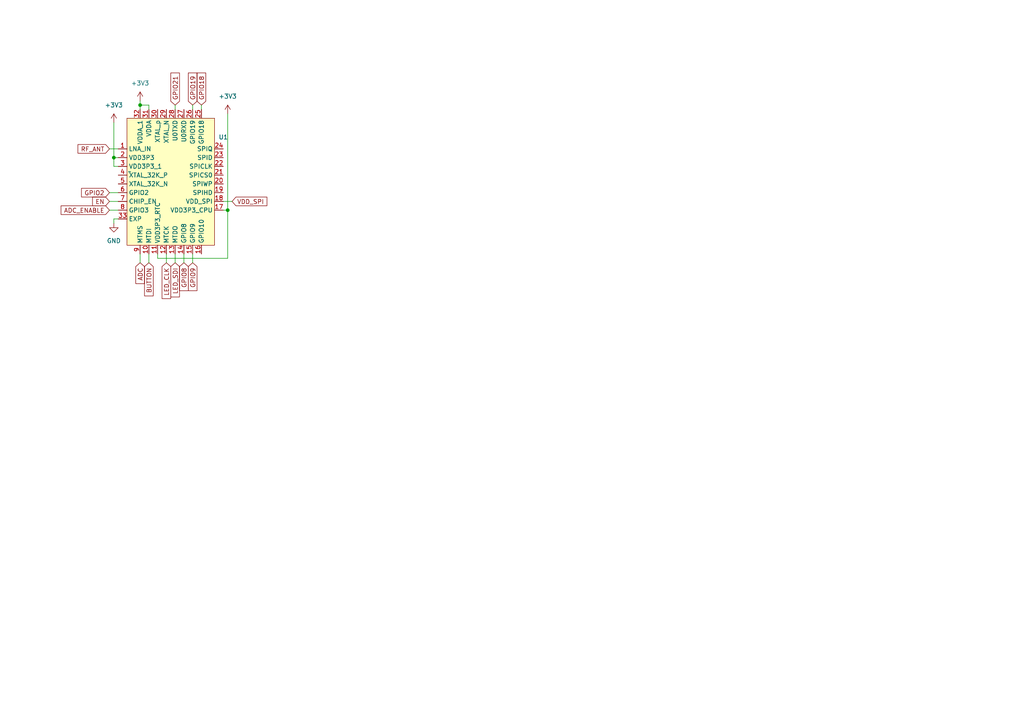
<source format=kicad_sch>
(kicad_sch (version 20230121) (generator eeschema)
  (paper "A4")
  (title_block (title "Rapid Training Target") (date "2023-06-07") (rev "A"))
  (lib_symbols
    (symbol "personal2:ESP32_C3"
      (property "Reference" "U" (at -13.97 15.748 0))
      (symbol "ESP32_C3_1_1"
        (rectangle (start -12.7 17.78) (end 12.7 -19.05) (fill (type background)))
        (pin input line (at -15.24 8.89 0) (length 2.54) (name "LNA_IN") (number "1"))
        (pin input line (at -6.35 -21.59 90) (length 2.54) (name "MTDI") (number "10"))
        (pin input line (at -3.81 -21.59 90) (length 2.54) (name "VDD3P3_RTC") (number "11"))
        (pin input line (at -1.27 -21.59 90) (length 2.54) (name "MTCK") (number "12"))
        (pin input line (at 1.27 -21.59 90) (length 2.54) (name "MTDO") (number "13"))
        (pin input line (at 3.81 -21.59 90) (length 2.54) (name "GPIO8") (number "14"))
        (pin input line (at 6.35 -21.59 90) (length 2.54) (name "GPIO9") (number "15"))
        (pin input line (at 8.89 -21.59 90) (length 2.54) (name "GPIO10") (number "16"))
        (pin input line (at 15.24 -8.89 180) (length 2.54) (name "VDD3P3_CPU") (number "17"))
        (pin input line (at 15.24 -6.35 180) (length 2.54) (name "VDD_SPI") (number "18"))
        (pin input line (at 15.24 -3.81 180) (length 2.54) (name "SPIHD") (number "19"))
        (pin input line (at -15.24 6.35 0) (length 2.54) (name "VDD3P3") (number "2"))
        (pin input line (at 15.24 -1.27 180) (length 2.54) (name "SPIWP") (number "20"))
        (pin input line (at 15.24 1.27 180) (length 2.54) (name "SPICS0") (number "21"))
        (pin input line (at 15.24 3.81 180) (length 2.54) (name "SPICLK") (number "22"))
        (pin input line (at 15.24 6.35 180) (length 2.54) (name "SPID") (number "23"))
        (pin input line (at 15.24 8.89 180) (length 2.54) (name "SPIQ") (number "24"))
        (pin input line (at 8.89 20.32 270) (length 2.54) (name "GPIO18") (number "25"))
        (pin input line (at 6.35 20.32 270) (length 2.54) (name "GPIO19") (number "26"))
        (pin input line (at 3.81 20.32 270) (length 2.54) (name "U0RXD") (number "27"))
        (pin input line (at 1.27 20.32 270) (length 2.54) (name "U0TXD") (number "28"))
        (pin input line (at -1.27 20.32 270) (length 2.54) (name "XTAL_N") (number "29"))
        (pin input line (at -15.24 3.81 0) (length 2.54) (name "VDD3P3_1") (number "3"))
        (pin input line (at -3.81 20.32 270) (length 2.54) (name "XTAL_p") (number "30"))
        (pin input line (at -6.35 20.32 270) (length 2.54) (name "VDDA") (number "31"))
        (pin input line (at -8.89 20.32 270) (length 2.54) (name "VDDA_1") (number "32"))
        (pin input line (at -15.24 -11.43 0) (length 2.54) (name "EXP") (number "33"))
        (pin input line (at -15.24 1.27 0) (length 2.54) (name "XTAL_32K_P") (number "4"))
        (pin input line (at -15.24 -1.27 0) (length 2.54) (name "XTAL_32K_N") (number "5"))
        (pin input line (at -15.24 -3.81 0) (length 2.54) (name "GPIO2") (number "6"))
        (pin input line (at -15.24 -6.35 0) (length 2.54) (name "CHIP_EN") (number "7"))
        (pin input line (at -15.24 -8.89 0) (length 2.54) (name "GPIO3") (number "8"))
        (pin input line (at -8.89 -21.59 90) (length 2.54) (name "MTMS") (number "9"))
      )
    )
    (symbol "power:+3V3" (power) (pin_names (offset 0))
      (property "Value" "+3V3" (at 0 3.556 0))
      (symbol "+3V3_0_1"
        (polyline (pts (xy -0.762 1.27) (xy 0 2.54)))
        (polyline (pts (xy 0 0) (xy 0 2.54)))
        (polyline (pts (xy 0 2.54) (xy 0.762 1.27)))
      )
      (symbol "+3V3_1_1"
        (pin power_in line (at 0 0 90) (length 0) hide (name "+3V3") (number "1"))
      )
    )
    (symbol "power:GND" (power) (pin_names (offset 0))
      (property "Value" "GND" (at 0 -3.81 0))
      (symbol "GND_0_1"
        (polyline (pts (xy 0 0) (xy 0 -1.27) (xy 1.27 -1.27) (xy 0 -2.54) (xy -1.27 -1.27) (xy 0 -1.27)))
      )
      (symbol "GND_1_1"
        (pin power_in line (at 0 0 270) (length 0) hide (name "GND") (number "1"))
      )
    )
  )
  (junction (at 33.02 45.72))
  (junction (at 66.04 60.96))
  (junction (at 40.64 30.48))
  (wire (pts (xy 58.42 30.48) (xy 58.42 31.75)))
  (wire (pts (xy 45.72 73.66) (xy 45.72 74.93)))
  (wire (pts (xy 40.64 30.48) (xy 40.64 31.75)))
  (wire (pts (xy 33.02 63.5) (xy 33.02 64.77)))
  (wire (pts (xy 64.77 58.42) (xy 67.31 58.42)))
  (wire (pts (xy 33.02 48.26) (xy 33.02 45.72)))
  (wire (pts (xy 31.75 43.18) (xy 34.29 43.18)))
  (wire (pts (xy 34.29 48.26) (xy 33.02 48.26)))
  (wire (pts (xy 33.02 63.5) (xy 34.29 63.5)))
  (wire (pts (xy 50.8 73.66) (xy 50.8 76.2)))
  (wire (pts (xy 66.04 74.93) (xy 66.04 60.96)))
  (wire (pts (xy 43.18 73.66) (xy 43.18 76.2)))
  (wire (pts (xy 31.75 58.42) (xy 34.29 58.42)))
  (wire (pts (xy 43.18 30.48) (xy 43.18 31.75)))
  (wire (pts (xy 50.8 30.48) (xy 50.8 31.75)))
  (wire (pts (xy 55.88 30.48) (xy 55.88 31.75)))
  (wire (pts (xy 40.64 30.48) (xy 43.18 30.48)))
  (wire (pts (xy 45.72 74.93) (xy 66.04 74.93)))
  (wire (pts (xy 55.88 73.66) (xy 55.88 76.2)))
  (wire (pts (xy 40.64 73.66) (xy 40.64 76.2)))
  (wire (pts (xy 66.04 60.96) (xy 66.04 33.02)))
  (wire (pts (xy 33.02 35.56) (xy 33.02 45.72)))
  (wire (pts (xy 33.02 45.72) (xy 34.29 45.72)))
  (wire (pts (xy 64.77 60.96) (xy 66.04 60.96)))
  (wire (pts (xy 48.26 73.66) (xy 48.26 76.2)))
  (wire (pts (xy 53.34 73.66) (xy 53.34 76.2)))
  (wire (pts (xy 31.75 55.88) (xy 34.29 55.88)))
  (wire (pts (xy 40.64 29.21) (xy 40.64 30.48)))
  (wire (pts (xy 31.75 60.96) (xy 34.29 60.96)))
  (global_label "GPIO21" (shape input) (at 50.8 30.48 90) (property "Intersheetrefs" "${INTERSHEET_REFS}" (effects hide)))
  (global_label "LED_CLK" (shape input) (at 48.26 76.2 270) (property "Intersheetrefs" "${INTERSHEET_REFS}" (effects hide)))
  (global_label "GPIO8" (shape input) (at 53.34 76.2 270) (property "Intersheetrefs" "${INTERSHEET_REFS}" (effects hide)))
  (global_label "ADC" (shape input) (at 40.64 76.2 270) (property "Intersheetrefs" "${INTERSHEET_REFS}" (effects hide)))
  (global_label "EN" (shape input) (at 31.75 58.42 180) (property "Intersheetrefs" "${INTERSHEET_REFS}" (effects hide)))
  (global_label "RF_ANT" (shape input) (at 31.75 43.18 180) (property "Intersheetrefs" "${INTERSHEET_REFS}" (effects hide)))
  (global_label "LED_SDI" (shape input) (at 50.8 76.2 270) (property "Intersheetrefs" "${INTERSHEET_REFS}" (effects hide)))
  (global_label "VDD_SPI" (shape input) (at 67.31 58.42 0) (property "Intersheetrefs" "${INTERSHEET_REFS}" (effects hide)))
  (global_label "GPIO9" (shape input) (at 55.88 76.2 270) (property "Intersheetrefs" "${INTERSHEET_REFS}" (effects hide)))
  (global_label "ADC_ENABLE" (shape input) (at 31.75 60.96 180) (property "Intersheetrefs" "${INTERSHEET_REFS}" (effects hide)))
  (global_label "GPIO18" (shape input) (at 58.42 30.48 90) (property "Intersheetrefs" "${INTERSHEET_REFS}" (effects hide)))
  (global_label "GPIO19" (shape input) (at 55.88 30.48 90) (property "Intersheetrefs" "${INTERSHEET_REFS}" (effects hide)))
  (global_label "BUTTON" (shape input) (at 43.18 76.2 270) (property "Intersheetrefs" "${INTERSHEET_REFS}" (effects hide)))
  (global_label "GPIO2" (shape input) (at 31.75 55.88 180) (property "Intersheetrefs" "${INTERSHEET_REFS}" (effects hide)))
  (symbol (lib_id "power:+3V3") (at 33.02 35.56 0) (unit 1)
    (property "Reference" "#PWR04" (effects hide))
    (property "Value" "+3V3" (at 33.02 30.48 0))
  )
  (symbol (lib_id "power:+3V3") (at 40.64 29.21 0) (unit 1)
    (property "Reference" "#PWR02" (effects hide))
    (property "Value" "+3V3" (at 40.64 24.13 0))
  )
  (symbol (lib_id "personal2:ESP32_C3") (at 49.53 52.07 0) (unit 1)
    (property "Reference" "U1" (at 64.77 39.7763 0))
    (property "Value" "~" (at 37.592 49.784 0))
    (property "Footprint" "Personal:QFN33P50_500X500X90L40X25T370N" (effects hide))
  )
  (symbol (lib_id "power:GND") (at 33.02 64.77 0) (unit 1)
    (property "Reference" "#PWR01" (effects hide))
    (property "Value" "GND" (at 33.02 69.85 0))
  )
  (symbol (lib_id "power:+3V3") (at 66.04 33.02 0) (unit 1)
    (property "Reference" "#PWR03" (effects hide))
    (property "Value" "+3V3" (at 66.04 27.94 0))
  )
)
</source>
